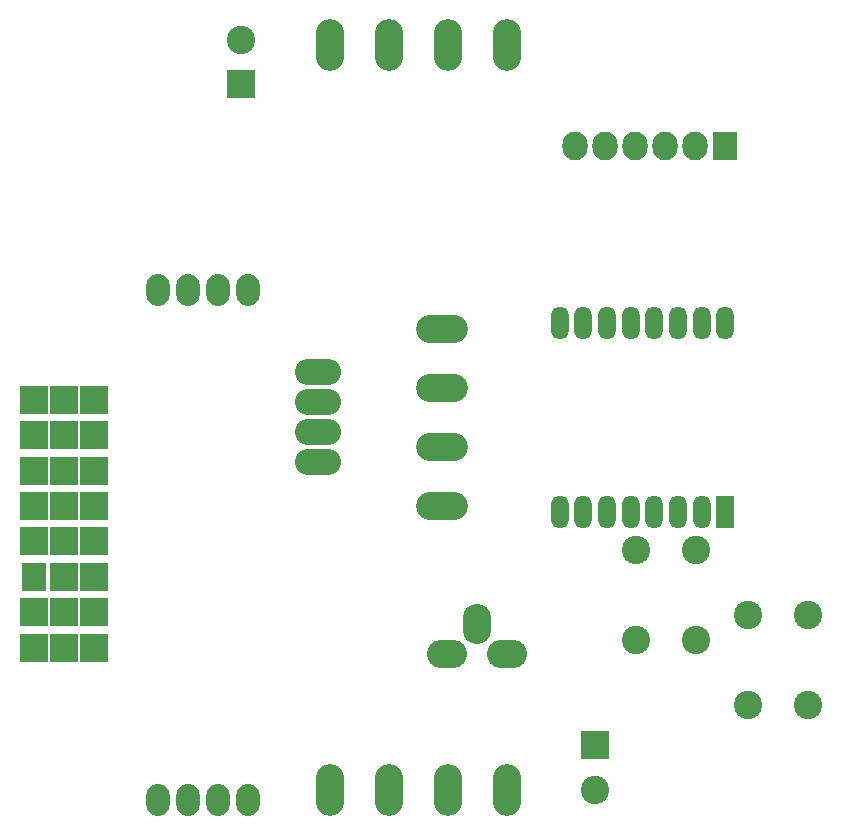
<source format=gbs>
G04 #@! TF.FileFunction,Soldermask,Bot*
%FSLAX46Y46*%
G04 Gerber Fmt 4.6, Leading zero omitted, Abs format (unit mm)*
G04 Created by KiCad (PCBNEW 4.0.4-stable) date 03/17/17 22:11:42*
%MOMM*%
%LPD*%
G01*
G04 APERTURE LIST*
%ADD10C,0.100000*%
%ADD11O,4.362400X2.381200*%
%ADD12R,1.500000X2.800000*%
%ADD13O,1.500000X2.800000*%
%ADD14C,2.400000*%
%ADD15R,2.400000X2.400000*%
%ADD16O,2.381200X4.362400*%
%ADD17R,2.400000X2.432000*%
%ADD18R,2.127200X2.432000*%
%ADD19O,2.000000X2.700000*%
%ADD20O,2.127200X2.432000*%
%ADD21O,2.398980X3.399740*%
%ADD22O,3.399740X2.398980*%
%ADD23O,3.900120X2.200860*%
G04 APERTURE END LIST*
D10*
D11*
X129000000Y-134500000D03*
X129000000Y-129500000D03*
X129000000Y-119500000D03*
X129000000Y-124500000D03*
D12*
X153000000Y-135000000D03*
D13*
X151000000Y-135000000D03*
X149000000Y-135000000D03*
X147000000Y-135000000D03*
X145000000Y-135000000D03*
X143000000Y-135000000D03*
X141000000Y-135000000D03*
X139000000Y-135000000D03*
X139000000Y-119000000D03*
X141000000Y-119000000D03*
X143000000Y-119000000D03*
X145000000Y-119000000D03*
X147000000Y-119000000D03*
X149000000Y-119000000D03*
X151000000Y-119000000D03*
X153000000Y-119000000D03*
D14*
X142000000Y-158500000D03*
D15*
X142000000Y-154700000D03*
D14*
X160040000Y-143690000D03*
X154960000Y-143690000D03*
X160040000Y-151310000D03*
X154960000Y-151310000D03*
X150540000Y-138190000D03*
X145460000Y-138190000D03*
X150540000Y-145810000D03*
X145460000Y-145810000D03*
X112000000Y-95000000D03*
D15*
X112000000Y-98800000D03*
D16*
X134500000Y-158500000D03*
X129500000Y-158500000D03*
X119500000Y-158500000D03*
X124500000Y-158500000D03*
X119500000Y-95500000D03*
X124500000Y-95500000D03*
X134500000Y-95500000D03*
X129500000Y-95500000D03*
D17*
X94500000Y-125500000D03*
X97040000Y-125500000D03*
X99580000Y-125500000D03*
X94500000Y-128500000D03*
X97040000Y-128500000D03*
X99580000Y-128500000D03*
X94500000Y-131500000D03*
X97040000Y-131500000D03*
X99580000Y-131500000D03*
X94500000Y-134500000D03*
X97040000Y-134500000D03*
X99580000Y-134500000D03*
X94500000Y-137500000D03*
X97040000Y-137500000D03*
X99580000Y-137500000D03*
D18*
X94500000Y-140500000D03*
D17*
X97040000Y-140500000D03*
X99580000Y-140500000D03*
X94500000Y-143500000D03*
X97040000Y-143500000D03*
X99580000Y-143500000D03*
X94500000Y-146500000D03*
X97040000Y-146500000D03*
X99580000Y-146500000D03*
D19*
X105000000Y-116220000D03*
X107540000Y-116220000D03*
X110080000Y-116220000D03*
X112620000Y-116220000D03*
X112620000Y-159400000D03*
X110080000Y-159400000D03*
X107540000Y-159400000D03*
X105000000Y-159400000D03*
D18*
X153000000Y-104000000D03*
D20*
X150460000Y-104000000D03*
X147920000Y-104000000D03*
X145380000Y-104000000D03*
X142840000Y-104000000D03*
X140300000Y-104000000D03*
D21*
X131960000Y-144460000D03*
D22*
X134500000Y-147000000D03*
X129420000Y-147000000D03*
D23*
X118500000Y-123190000D03*
X118500000Y-125730000D03*
X118500000Y-128270000D03*
X118500000Y-130810000D03*
M02*

</source>
